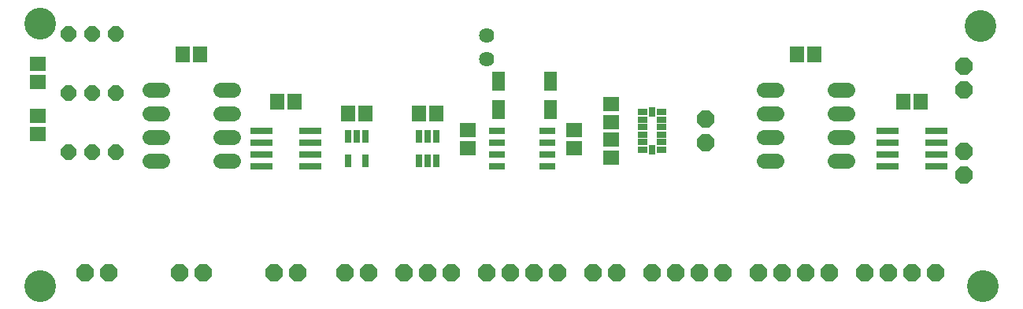
<source format=gts>
G75*
G70*
%OFA0B0*%
%FSLAX24Y24*%
%IPPOS*%
%LPD*%
%AMOC8*
5,1,8,0,0,1.08239X$1,22.5*
%
%ADD10C,0.1340*%
%ADD11C,0.0640*%
%ADD12R,0.0592X0.0671*%
%ADD13OC8,0.0720*%
%ADD14R,0.0946X0.0316*%
%ADD15R,0.0297X0.0552*%
%ADD16R,0.0690X0.0316*%
%ADD17R,0.0671X0.0592*%
%ADD18R,0.0434X0.0316*%
%ADD19R,0.0316X0.0434*%
%ADD20OC8,0.0640*%
%ADD21R,0.0580X0.0820*%
%ADD22C,0.0640*%
D10*
X000961Y000961D03*
X000961Y012061D03*
X040761Y011961D03*
X040861Y000961D03*
D11*
X035141Y006261D02*
X034581Y006261D01*
X032141Y006261D02*
X031581Y006261D01*
X031581Y007261D02*
X032141Y007261D01*
X034581Y007261D02*
X035141Y007261D01*
X035141Y008261D02*
X034581Y008261D01*
X032141Y008261D02*
X031581Y008261D01*
X031581Y009261D02*
X032141Y009261D01*
X034581Y009261D02*
X035141Y009261D01*
X009141Y009261D02*
X008581Y009261D01*
X006141Y009261D02*
X005581Y009261D01*
X005581Y008261D02*
X006141Y008261D01*
X008581Y008261D02*
X009141Y008261D01*
X009141Y007261D02*
X008581Y007261D01*
X006141Y007261D02*
X005581Y007261D01*
X005581Y006261D02*
X006141Y006261D01*
X008581Y006261D02*
X009141Y006261D01*
D12*
X013987Y008261D03*
X014735Y008261D03*
X016987Y008261D03*
X017735Y008261D03*
X011735Y008761D03*
X010987Y008761D03*
X007735Y010761D03*
X006987Y010761D03*
X032987Y010761D03*
X033735Y010761D03*
X037487Y008761D03*
X038235Y008761D03*
D13*
X040061Y009261D03*
X040061Y010261D03*
X029111Y008011D03*
X029111Y007011D03*
X040061Y006661D03*
X040061Y005661D03*
X038861Y001511D03*
X037861Y001511D03*
X036861Y001511D03*
X035861Y001511D03*
X034361Y001511D03*
X033361Y001511D03*
X032361Y001511D03*
X031361Y001511D03*
X029861Y001511D03*
X028861Y001511D03*
X027861Y001511D03*
X026861Y001511D03*
X025361Y001511D03*
X024361Y001511D03*
X022861Y001511D03*
X021861Y001511D03*
X020861Y001511D03*
X019861Y001511D03*
X018361Y001511D03*
X017361Y001511D03*
X016361Y001511D03*
X014861Y001511D03*
X013861Y001511D03*
X011861Y001511D03*
X010861Y001511D03*
X007861Y001511D03*
X006861Y001511D03*
X003861Y001511D03*
X002861Y001511D03*
D14*
X010338Y006011D03*
X010338Y006511D03*
X010338Y007011D03*
X010338Y007511D03*
X012385Y007511D03*
X012385Y007011D03*
X012385Y006511D03*
X012385Y006011D03*
X036838Y006011D03*
X036838Y006511D03*
X036838Y007011D03*
X036838Y007511D03*
X038885Y007511D03*
X038885Y007011D03*
X038885Y006511D03*
X038885Y006011D03*
D15*
X017735Y006249D03*
X017361Y006249D03*
X016987Y006249D03*
X014735Y006249D03*
X013987Y006249D03*
X013987Y007273D03*
X014361Y007273D03*
X014735Y007273D03*
X016987Y007273D03*
X017361Y007273D03*
X017735Y007273D03*
D16*
X020302Y007511D03*
X020302Y007011D03*
X020302Y006511D03*
X020302Y006011D03*
X022428Y006011D03*
X022428Y006511D03*
X022428Y007011D03*
X022428Y007511D03*
D17*
X023561Y007535D03*
X025111Y007887D03*
X025111Y008635D03*
X025111Y007135D03*
X023561Y006787D03*
X025111Y006387D03*
X019061Y006787D03*
X019061Y007535D03*
X000861Y007387D03*
X000861Y008135D03*
X000861Y009587D03*
X000861Y010335D03*
D18*
X026468Y008299D03*
X026468Y007984D03*
X027255Y007984D03*
X027255Y008299D03*
X027255Y007669D03*
X027255Y007354D03*
X027255Y007039D03*
X026468Y007039D03*
X026468Y007354D03*
X026468Y007669D03*
X026468Y006724D03*
X027255Y006724D03*
D19*
X026861Y006724D03*
X026861Y008299D03*
D20*
X004161Y009111D03*
X003161Y009111D03*
X002161Y009111D03*
X002161Y006611D03*
X003161Y006611D03*
X004161Y006611D03*
X004161Y011611D03*
X003161Y011611D03*
X002161Y011611D03*
D21*
X020361Y009611D03*
X022561Y009611D03*
X022561Y008411D03*
X020361Y008411D03*
D22*
X019861Y010561D03*
X019861Y011561D03*
M02*

</source>
